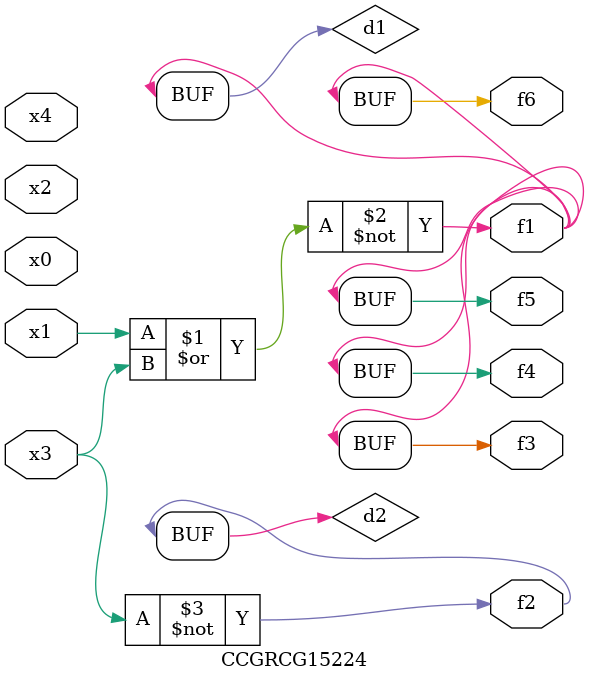
<source format=v>
module CCGRCG15224(
	input x0, x1, x2, x3, x4,
	output f1, f2, f3, f4, f5, f6
);

	wire d1, d2;

	nor (d1, x1, x3);
	not (d2, x3);
	assign f1 = d1;
	assign f2 = d2;
	assign f3 = d1;
	assign f4 = d1;
	assign f5 = d1;
	assign f6 = d1;
endmodule

</source>
